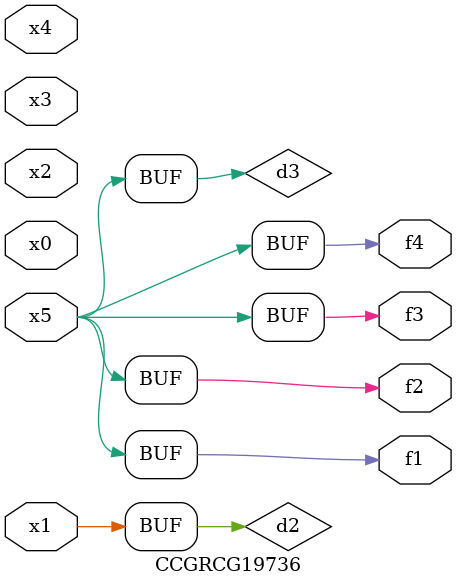
<source format=v>
module CCGRCG19736(
	input x0, x1, x2, x3, x4, x5,
	output f1, f2, f3, f4
);

	wire d1, d2, d3;

	not (d1, x5);
	or (d2, x1);
	xnor (d3, d1);
	assign f1 = d3;
	assign f2 = d3;
	assign f3 = d3;
	assign f4 = d3;
endmodule

</source>
